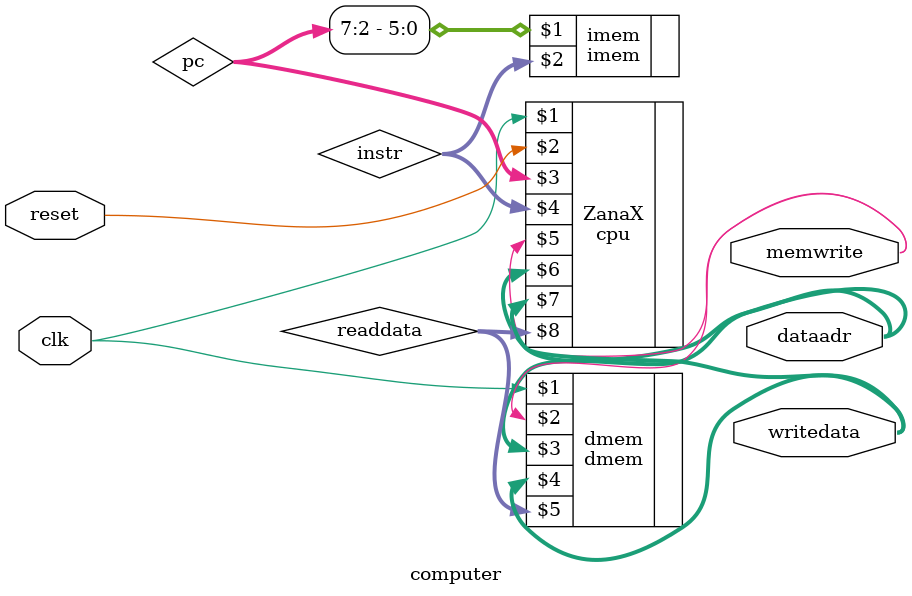
<source format=sv>
`ifndef COMPUTER
`define COMPUTER

`timescale 1ns/100ps

`include "../cpu/cpu.sv"
`include "../imem/imem.sv"
`include "../dmem/dmem.sv"

module computer
    #(parameter n = 32)(
    //
    // ---------------- PORT DEFINITIONS ----------------
    //
    input  logic           clk, reset, 
    output logic [(n-1):0] writedata, dataadr, 
    output logic           memwrite
);
    //
    // ---------------- MODULE DESIGN IMPLEMENTATION ----------------
    //
    logic [(n-1):0] pc, instr, readdata;

    // computer internal components

    // the RISC CPU
    cpu ZanaX(clk, reset, pc, instr, memwrite, dataadr, writedata, readdata);
    // the instruction memory ("text segment") in main memory
    imem imem(pc[7:2], instr);
    // the data memory ("data segment") in main memory
    dmem dmem(clk, memwrite, dataadr, writedata, readdata);

endmodule

`endif // COMPUTER

</source>
